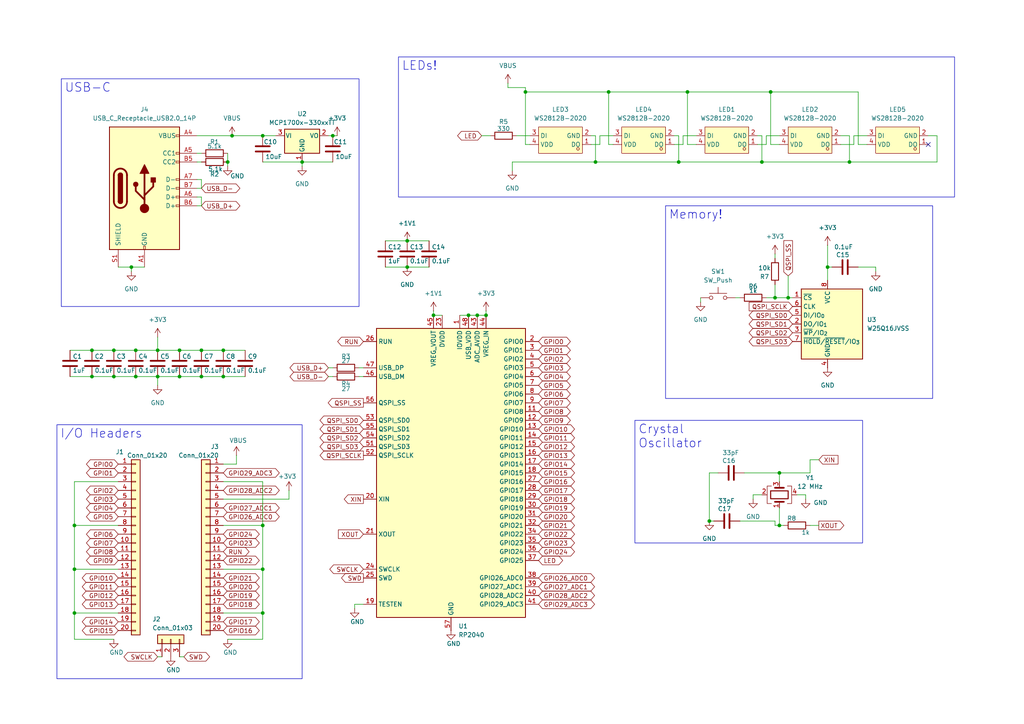
<source format=kicad_sch>
(kicad_sch (version 20250114) (generator "eeschema") (generator_version "9.0")
  (paper "A4")
  (lib_symbols
    (symbol "Connector:USB_C_Receptacle_USB2.0_14P" (pin_names (offset 1.016))
      (property "Reference" "J" (at 0 22.225 0))
      (property "Value" "USB_C_Receptacle_USB2.0_14P" (at 0 19.685 0))
      (symbol "USB_C_Receptacle_USB2.0_14P_1_1"
        (pin passive line (at -7.62 -22.86 90) (length 5.08) (name "SHIELD") (number "S1"))
        (pin passive line (at 0 -22.86 90) (length 5.08) (name "GND") (number "A1"))
        (pin passive line (at 0 -22.86 90) (length 5.08) (hide yes) (name "GND") (number "A12"))
        (pin passive line (at 0 -22.86 90) (length 5.08) (hide yes) (name "GND") (number "B1"))
        (pin passive line (at 0 -22.86 90) (length 5.08) (hide yes) (name "GND") (number "B12"))
        (pin passive line (at 15.24 15.24 180) (length 5.08) (name "VBUS") (number "A4"))
        (pin passive line (at 15.24 15.24 180) (length 5.08) (hide yes) (name "VBUS") (number "A9"))
        (pin passive line (at 15.24 15.24 180) (length 5.08) (hide yes) (name "VBUS") (number "B4"))
        (pin passive line (at 15.24 15.24 180) (length 5.08) (hide yes) (name "VBUS") (number "B9"))
        (pin bidirectional line (at 15.24 10.16 180) (length 5.08) (name "CC1") (number "A5"))
        (pin bidirectional line (at 15.24 7.62 180) (length 5.08) (name "CC2") (number "B5"))
        (pin bidirectional line (at 15.24 2.54 180) (length 5.08) (name "D-") (number "A7"))
        (pin bidirectional line (at 15.24 0 180) (length 5.08) (name "D-") (number "B7"))
        (pin bidirectional line (at 15.24 -2.54 180) (length 5.08) (name "D+") (number "A6"))
        (pin bidirectional line (at 15.24 -5.08 180) (length 5.08) (name "D+") (number "B6"))
      )
    )
    (symbol "Connector_Generic:Conn_01x03" (pin_names (offset 1.016) (hide yes))
      (property "Reference" "J" (at 0 5.08 0))
      (property "Value" "Conn_01x03" (at 0 -5.08 0))
      (symbol "Conn_01x03_1_1"
        (pin passive line (at -5.08 2.54 0) (length 3.81) (name "Pin_1") (number "1"))
        (pin passive line (at -5.08 0 0) (length 3.81) (name "Pin_2") (number "2"))
        (pin passive line (at -5.08 -2.54 0) (length 3.81) (name "Pin_3") (number "3"))
      )
    )
    (symbol "Connector_Generic:Conn_01x20" (pin_names (offset 1.016) (hide yes))
      (property "Reference" "J" (at 0 25.4 0))
      (property "Value" "Conn_01x20" (at 0 -27.94 0))
      (symbol "Conn_01x20_1_1"
        (pin passive line (at -5.08 22.86 0) (length 3.81) (name "Pin_1") (number "1"))
        (pin passive line (at -5.08 20.32 0) (length 3.81) (name "Pin_2") (number "2"))
        (pin passive line (at -5.08 17.78 0) (length 3.81) (name "Pin_3") (number "3"))
        (pin passive line (at -5.08 15.24 0) (length 3.81) (name "Pin_4") (number "4"))
        (pin passive line (at -5.08 12.7 0) (length 3.81) (name "Pin_5") (number "5"))
        (pin passive line (at -5.08 10.16 0) (length 3.81) (name "Pin_6") (number "6"))
        (pin passive line (at -5.08 7.62 0) (length 3.81) (name "Pin_7") (number "7"))
        (pin passive line (at -5.08 5.08 0) (length 3.81) (name "Pin_8") (number "8"))
        (pin passive line (at -5.08 2.54 0) (length 3.81) (name "Pin_9") (number "9"))
        (pin passive line (at -5.08 0 0) (length 3.81) (name "Pin_10") (number "10"))
        (pin passive line (at -5.08 -2.54 0) (length 3.81) (name "Pin_11") (number "11"))
        (pin passive line (at -5.08 -5.08 0) (length 3.81) (name "Pin_12") (number "12"))
        (pin passive line (at -5.08 -7.62 0) (length 3.81) (name "Pin_13") (number "13"))
        (pin passive line (at -5.08 -10.16 0) (length 3.81) (name "Pin_14") (number "14"))
        (pin passive line (at -5.08 -12.7 0) (length 3.81) (name "Pin_15") (number "15"))
        (pin passive line (at -5.08 -15.24 0) (length 3.81) (name "Pin_16") (number "16"))
        (pin passive line (at -5.08 -17.78 0) (length 3.81) (name "Pin_17") (number "17"))
        (pin passive line (at -5.08 -20.32 0) (length 3.81) (name "Pin_18") (number "18"))
        (pin passive line (at -5.08 -22.86 0) (length 3.81) (name "Pin_19") (number "19"))
        (pin passive line (at -5.08 -25.4 0) (length 3.81) (name "Pin_20") (number "20"))
      )
    )
    (symbol "Device:C" (pin_numbers (hide yes)) (pin_names (offset 0.254))
      (property "Reference" "C" (at 0.635 2.54 0))
      (property "Value" "C" (at 0.635 -2.54 0))
      (symbol "C_1_1"
        (pin passive line (at 0 3.81 270) (length 2.794) (name "~") (number "1"))
        (pin passive line (at 0 -3.81 90) (length 2.794) (name "~") (number "2"))
      )
    )
    (symbol "Device:Crystal_GND24" (pin_names (offset 1.016) (hide yes))
      (property "Reference" "Y" (at 3.175 5.08 0))
      (property "Value" "Crystal_GND24" (at 3.175 3.175 0))
      (symbol "Crystal_GND24_1_1"
        (pin passive line (at -3.81 0 0) (length 1.27) (name "1") (number "1"))
        (pin passive line (at 0 5.08 270) (length 1.27) (name "2") (number "2"))
        (pin passive line (at 0 -5.08 90) (length 1.27) (name "4") (number "4"))
        (pin passive line (at 3.81 0 180) (length 1.27) (name "3") (number "3"))
      )
    )
    (symbol "Device:R" (pin_numbers (hide yes)) (pin_names (offset 0))
      (property "Reference" "R" (at 2.032 0 90))
      (property "Value" "R" (at 0 0 90))
      (symbol "R_1_1"
        (pin passive line (at 0 3.81 270) (length 1.27) (name "~") (number "1"))
        (pin passive line (at 0 -3.81 90) (length 1.27) (name "~") (number "2"))
      )
    )
    (symbol "MCU_RaspberryPi:RP2040"
      (property "Reference" "U" (at 17.78 45.72 0))
      (property "Value" "RP2040" (at 17.78 43.18 0))
      (symbol "RP2040_1_1"
        (pin input line (at -25.4 38.1 0) (length 3.81) (name "RUN") (number "26"))
        (pin bidirectional line (at -25.4 30.48 0) (length 3.81) (name "USB_DP") (number "47"))
        (pin bidirectional line (at -25.4 27.94 0) (length 3.81) (name "USB_DM") (number "46"))
        (pin bidirectional line (at -25.4 20.32 0) (length 3.81) (name "QSPI_SS") (number "56"))
        (pin bidirectional line (at -25.4 15.24 0) (length 3.81) (name "QSPI_SD0") (number "53"))
        (pin bidirectional line (at -25.4 12.7 0) (length 3.81) (name "QSPI_SD1") (number "55"))
        (pin bidirectional line (at -25.4 10.16 0) (length 3.81) (name "QSPI_SD2") (number "54"))
        (pin bidirectional line (at -25.4 7.62 0) (length 3.81) (name "QSPI_SD3") (number "51"))
        (pin output line (at -25.4 5.08 0) (length 3.81) (name "QSPI_SCLK") (number "52"))
        (pin input line (at -25.4 -7.62 0) (length 3.81) (name "XIN") (number "20"))
        (pin passive line (at -25.4 -17.78 0) (length 3.81) (name "XOUT") (number "21"))
        (pin input line (at -25.4 -27.94 0) (length 3.81) (name "SWCLK") (number "24"))
        (pin bidirectional line (at -25.4 -30.48 0) (length 3.81) (name "SWD") (number "25"))
        (pin input line (at -25.4 -38.1 0) (length 3.81) (name "TESTEN") (number "19"))
        (pin power_out line (at -5.08 45.72 270) (length 3.81) (name "VREG_VOUT") (number "45"))
        (pin power_in line (at -2.54 45.72 270) (length 3.81) (name "DVDD") (number "23"))
        (pin passive line (at -2.54 45.72 270) (length 3.81) (hide yes) (name "DVDD") (number "50"))
        (pin power_in line (at 0 -45.72 90) (length 3.81) (name "GND") (number "57"))
        (pin power_in line (at 2.54 45.72 270) (length 3.81) (name "IOVDD") (number "1"))
        (pin passive line (at 2.54 45.72 270) (length 3.81) (hide yes) (name "IOVDD") (number "10"))
        (pin passive line (at 2.54 45.72 270) (length 3.81) (hide yes) (name "IOVDD") (number "22"))
        (pin passive line (at 2.54 45.72 270) (length 3.81) (hide yes) (name "IOVDD") (number "33"))
        (pin passive line (at 2.54 45.72 270) (length 3.81) (hide yes) (name "IOVDD") (number "42"))
        (pin passive line (at 2.54 45.72 270) (length 3.81) (hide yes) (name "IOVDD") (number "49"))
        (pin power_in line (at 5.08 45.72 270) (length 3.81) (name "USB_VDD") (number "48"))
        (pin power_in line (at 7.62 45.72 270) (length 3.81) (name "ADC_AVDD") (number "43"))
        (pin power_in line (at 10.16 45.72 270) (length 3.81) (name "VREG_IN") (number "44"))
        (pin bidirectional line (at 25.4 38.1 180) (length 3.81) (name "GPIO0") (number "2"))
        (pin bidirectional line (at 25.4 35.56 180) (length 3.81) (name "GPIO1") (number "3"))
        (pin bidirectional line (at 25.4 33.02 180) (length 3.81) (name "GPIO2") (number "4"))
        (pin bidirectional line (at 25.4 30.48 180) (length 3.81) (name "GPIO3") (number "5"))
        (pin bidirectional line (at 25.4 27.94 180) (length 3.81) (name "GPIO4") (number "6"))
        (pin bidirectional line (at 25.4 25.4 180) (length 3.81) (name "GPIO5") (number "7"))
        (pin bidirectional line (at 25.4 22.86 180) (length 3.81) (name "GPIO6") (number "8"))
        (pin bidirectional line (at 25.4 20.32 180) (length 3.81) (name "GPIO7") (number "9"))
        (pin bidirectional line (at 25.4 17.78 180) (length 3.81) (name "GPIO8") (number "11"))
        (pin bidirectional line (at 25.4 15.24 180) (length 3.81) (name "GPIO9") (number "12"))
        (pin bidirectional line (at 25.4 12.7 180) (length 3.81) (name "GPIO10") (number "13"))
        (pin bidirectional line (at 25.4 10.16 180) (length 3.81) (name "GPIO11") (number "14"))
        (pin bidirectional line (at 25.4 7.62 180) (length 3.81) (name "GPIO12") (number "15"))
        (pin bidirectional line (at 25.4 5.08 180) (length 3.81) (name "GPIO13") (number "16"))
        (pin bidirectional line (at 25.4 2.54 180) (length 3.81) (name "GPIO14") (number "17"))
        (pin bidirectional line (at 25.4 0 180) (length 3.81) (name "GPIO15") (number "18"))
        (pin bidirectional line (at 25.4 -2.54 180) (length 3.81) (name "GPIO16") (number "27"))
        (pin bidirectional line (at 25.4 -5.08 180) (length 3.81) (name "GPIO17") (number "28"))
        (pin bidirectional line (at 25.4 -7.62 180) (length 3.81) (name "GPIO18") (number "29"))
        (pin bidirectional line (at 25.4 -10.16 180) (length 3.81) (name "GPIO19") (number "30"))
        (pin bidirectional line (at 25.4 -12.7 180) (length 3.81) (name "GPIO20") (number "31"))
        (pin bidirectional line (at 25.4 -15.24 180) (length 3.81) (name "GPIO21") (number "32"))
        (pin bidirectional line (at 25.4 -17.78 180) (length 3.81) (name "GPIO22") (number "34"))
        (pin bidirectional line (at 25.4 -20.32 180) (length 3.81) (name "GPIO23") (number "35"))
        (pin bidirectional line (at 25.4 -22.86 180) (length 3.81) (name "GPIO24") (number "36"))
        (pin bidirectional line (at 25.4 -25.4 180) (length 3.81) (name "GPIO25") (number "37"))
        (pin bidirectional line (at 25.4 -30.48 180) (length 3.81) (name "GPIO26_ADC0") (number "38"))
        (pin bidirectional line (at 25.4 -33.02 180) (length 3.81) (name "GPIO27_ADC1") (number "39"))
        (pin bidirectional line (at 25.4 -35.56 180) (length 3.81) (name "GPIO28_ADC2") (number "40"))
        (pin bidirectional line (at 25.4 -38.1 180) (length 3.81) (name "GPIO29_ADC3") (number "41"))
      )
    )
    (symbol "Memory_Flash:W25Q16JVSS"
      (property "Reference" "U" (at -6.35 11.43 0))
      (property "Value" "W25Q16JVSS" (at 7.62 11.43 0))
      (symbol "W25Q16JVSS_1_1"
        (pin input line (at -10.16 7.62 0) (length 2.54) (name "~{CS}") (number "1"))
        (pin input line (at -10.16 5.08 0) (length 2.54) (name "CLK") (number "6"))
        (pin bidirectional line (at -10.16 2.54 0) (length 2.54) (name "DI/IO_{0}") (number "5"))
        (pin bidirectional line (at -10.16 0 0) (length 2.54) (name "DO/IO_{1}") (number "2"))
        (pin bidirectional line (at -10.16 -2.54 0) (length 2.54) (name "~{WP}/IO_{2}") (number "3"))
        (pin bidirectional line (at -10.16 -5.08 0) (length 2.54) (name "~{HOLD}/~{RESET}/IO_{3}") (number "7"))
        (pin power_in line (at 0 12.7 270) (length 2.54) (name "VCC") (number "8"))
        (pin power_in line (at 0 -12.7 90) (length 2.54) (name "GND") (number "4"))
      )
    )
    (symbol "Regulator_Linear:MCP1700x-330xxTT" (pin_names (offset 0.254))
      (property "Reference" "U" (at -3.81 3.175 0))
      (property "Value" "MCP1700x-330xxTT" (at 0 3.175 0))
      (symbol "MCP1700x-330xxTT_1_1"
        (pin power_in line (at -7.62 0 0) (length 2.54) (name "VI") (number "3"))
        (pin power_in line (at 0 -7.62 90) (length 2.54) (name "GND") (number "1"))
        (pin power_out line (at 7.62 0 180) (length 2.54) (name "VO") (number "2"))
      )
    )
    (symbol "Switch:SW_Push" (pin_numbers (hide yes)) (pin_names (offset 1.016) (hide yes))
      (property "Reference" "SW" (at 1.27 2.54 0))
      (property "Value" "SW_Push" (at 0 -1.524 0))
      (symbol "SW_Push_0_1"
        (pin passive line (at -5.08 0 0) (length 2.54) (name "1") (number "1"))
        (pin passive line (at 5.08 0 180) (length 2.54) (name "2") (number "2"))
      )
    )
    (symbol "lcsc:WS2812B-2020"
      (property "Reference" "LED" (at 0 6.35 0))
      (property "Value" "WS2812B-2020" (at 0 -6.35 0))
      (symbol "WS2812B-2020_0_1"
        (pin unspecified line (at -8.89 1.27 0) (length 2.54) (name "DO") (number "1"))
        (pin unspecified line (at -8.89 -1.27 0) (length 2.54) (name "GND") (number "2"))
        (pin unspecified line (at 8.89 1.27 180) (length 2.54) (name "VDD") (number "4"))
        (pin unspecified line (at 8.89 -1.27 180) (length 2.54) (name "DI") (number "3"))
      )
    )
    (symbol "power:+1V1" (power) (pin_numbers (hide yes)) (pin_names (offset 0) (hide yes))
      (property "Value" "+1V1" (at 0 3.556 0))
      (symbol "+1V1_1_1"
        (pin power_in line (at 0 0 90) (length 0) (name "~") (number "1"))
      )
    )
    (symbol "power:+3V3" (power) (pin_numbers (hide yes)) (pin_names (offset 0) (hide yes))
      (property "Value" "+3V3" (at 0 3.556 0))
      (symbol "+3V3_1_1"
        (pin power_in line (at 0 0 90) (length 0) (name "~") (number "1"))
      )
    )
    (symbol "power:GND" (power) (pin_numbers (hide yes)) (pin_names (offset 0) (hide yes))
      (property "Value" "GND" (at 0 -3.81 0))
      (symbol "GND_1_1"
        (pin power_in line (at 0 0 270) (length 0) (name "~") (number "1"))
      )
    )
    (symbol "power:VBUS" (power) (pin_numbers (hide yes)) (pin_names (offset 0) (hide yes))
      (property "Value" "VBUS" (at 0 3.556 0))
      (symbol "VBUS_1_1"
        (pin power_in line (at 0 0 90) (length 0) (name "~") (number "1"))
      )
    )
  )
  (text_box "Memory!" (at 193.04 59.69 0) (size 77.47 55.88) (margins 0.9525 0.9525 0.9525 0.9525) (effects (font (size 2.54 2.54)) (justify left top)))
  (text_box "I/O Headers\n" (at 16.51 123.19 0) (size 71.12 73.66) (margins 0.9525 0.9525 0.9525 0.9525) (effects (font (size 2.54 2.54)) (justify left top)))
  (text_box "Crystal\nOscillator" (at 184.15 121.92 0) (size 66.04 35.56) (margins 0.9525 0.9525 0.9525 0.9525) (effects (font (size 2.54 2.54)) (justify left top)))
  (text_box "LEDs!" (at 115.57 16.51 0) (size 161.29 40.64) (margins 0.9525 0.9525 0.9525 0.9525) (effects (font (size 2.54 2.54)) (justify left top)))
  (text_box "USB-C" (at 17.78 22.86 0) (size 86.36 66.04) (margins 0.9525 0.9525 0.9525 0.9525) (effects (font (size 2.54 2.54)) (justify left top)))
  (junction (at 21.59 177.8))
  (junction (at 125.73 91.44))
  (junction (at 76.2 152.4))
  (junction (at 196.85 46.99))
  (junction (at 58.42 109.22))
  (junction (at 228.6 86.36))
  (junction (at 26.67 109.22))
  (junction (at 220.98 46.99))
  (junction (at 199.39 26.67))
  (junction (at 45.72 101.6))
  (junction (at 223.52 26.67))
  (junction (at 118.11 77.47))
  (junction (at 135.89 91.44))
  (junction (at 45.72 109.22))
  (junction (at 176.53 26.67))
  (junction (at 172.72 46.99))
  (junction (at 26.67 101.6))
  (junction (at 64.77 101.6))
  (junction (at 39.37 101.6))
  (junction (at 38.1 77.47))
  (junction (at 224.79 86.36))
  (junction (at 118.11 69.85))
  (junction (at 87.63 46.99))
  (junction (at 33.02 109.22))
  (junction (at 76.2 39.37))
  (junction (at 138.43 91.44))
  (junction (at 205.74 151.13))
  (junction (at 246.38 46.99))
  (junction (at 226.06 137.16))
  (junction (at 152.4 26.67))
  (junction (at 226.06 152.4))
  (junction (at 21.59 165.1))
  (junction (at 52.07 101.6))
  (junction (at 66.04 46.99))
  (junction (at 39.37 109.22))
  (junction (at 76.2 177.8))
  (junction (at 58.42 101.6))
  (junction (at 240.03 77.47))
  (junction (at 67.31 39.37))
  (junction (at 52.07 109.22))
  (junction (at 64.77 109.22))
  (junction (at 21.59 152.4))
  (junction (at 33.02 101.6))
  (junction (at 140.97 91.44))
  (junction (at 96.52 39.37))
  (junction (at 76.2 165.1))
  (no_connect (at 269.24 41.91))
  (wire (pts (xy 205.74 137.16) (xy 205.74 151.13)))
  (wire (pts (xy 172.72 46.99) (xy 196.85 46.99)))
  (wire (pts (xy 269.24 39.37) (xy 271.78 39.37)))
  (wire (pts (xy 201.93 41.91) (xy 199.39 41.91)))
  (wire (pts (xy 224.79 82.55) (xy 224.79 86.36)))
  (wire (pts (xy 243.84 39.37) (xy 246.38 39.37)))
  (wire (pts (xy 21.59 152.4) (xy 34.29 152.4)))
  (wire (pts (xy 87.63 46.99) (xy 87.63 48.26)))
  (wire (pts (xy 76.2 139.7) (xy 76.2 152.4)))
  (wire (pts (xy 234.95 133.35) (xy 237.49 133.35)))
  (wire (pts (xy 138.43 91.44) (xy 140.97 91.44)))
  (wire (pts (xy 58.42 52.07) (xy 58.42 54.61)))
  (wire (pts (xy 135.89 91.44) (xy 138.43 91.44)))
  (wire (pts (xy 271.78 39.37) (xy 271.78 46.99)))
  (wire (pts (xy 21.59 165.1) (xy 21.59 177.8)))
  (wire (pts (xy 220.98 39.37) (xy 220.98 46.99)))
  (wire (pts (xy 95.25 39.37) (xy 96.52 39.37)))
  (wire (pts (xy 57.15 39.37) (xy 67.31 39.37)))
  (wire (pts (xy 68.58 132.08) (xy 68.58 134.62)))
  (wire (pts (xy 52.07 109.22) (xy 58.42 109.22)))
  (wire (pts (xy 64.77 165.1) (xy 76.2 165.1)))
  (wire (pts (xy 58.42 109.22) (xy 64.77 109.22)))
  (wire (pts (xy 39.37 101.6) (xy 45.72 101.6)))
  (wire (pts (xy 139.7 39.37) (xy 142.24 39.37)))
  (wire (pts (xy 148.59 49.53) (xy 148.59 46.99)))
  (wire (pts (xy 214.63 151.13) (xy 224.79 151.13)))
  (wire (pts (xy 64.77 177.8) (xy 76.2 177.8)))
  (wire (pts (xy 248.92 26.67) (xy 223.52 26.67)))
  (wire (pts (xy 66.04 44.45) (xy 66.04 46.99)))
  (wire (pts (xy 52.07 101.6) (xy 58.42 101.6)))
  (wire (pts (xy 39.37 109.22) (xy 45.72 109.22)))
  (wire (pts (xy 21.59 177.8) (xy 21.59 185.42)))
  (wire (pts (xy 21.59 185.42) (xy 33.02 185.42)))
  (wire (pts (xy 76.2 152.4) (xy 76.2 165.1)))
  (wire (pts (xy 64.77 134.62) (xy 68.58 134.62)))
  (wire (pts (xy 67.31 39.37) (xy 76.2 39.37)))
  (wire (pts (xy 195.58 39.37) (xy 196.85 39.37)))
  (wire (pts (xy 133.35 91.44) (xy 135.89 91.44)))
  (wire (pts (xy 240.03 77.47) (xy 241.3 77.47)))
  (wire (pts (xy 224.79 151.13) (xy 224.79 152.4)))
  (wire (pts (xy 220.98 46.99) (xy 196.85 46.99)))
  (wire (pts (xy 64.77 101.6) (xy 71.12 101.6)))
  (wire (pts (xy 152.4 26.67) (xy 176.53 26.67)))
  (wire (pts (xy 57.15 46.99) (xy 58.42 46.99)))
  (wire (pts (xy 64.77 144.78) (xy 83.82 144.78)))
  (wire (pts (xy 26.67 101.6) (xy 33.02 101.6)))
  (wire (pts (xy 173.99 41.91) (xy 173.99 39.37)))
  (wire (pts (xy 223.52 41.91) (xy 223.52 26.67)))
  (wire (pts (xy 176.53 26.67) (xy 176.53 41.91)))
  (wire (pts (xy 218.44 143.51) (xy 218.44 144.78)))
  (wire (pts (xy 21.59 139.7) (xy 21.59 152.4)))
  (wire (pts (xy 172.72 39.37) (xy 172.72 46.99)))
  (wire (pts (xy 111.76 69.85) (xy 118.11 69.85)))
  (wire (pts (xy 45.72 109.22) (xy 45.72 111.76)))
  (wire (pts (xy 219.71 39.37) (xy 220.98 39.37)))
  (wire (pts (xy 34.29 77.47) (xy 38.1 77.47)))
  (wire (pts (xy 26.67 109.22) (xy 33.02 109.22)))
  (wire (pts (xy 105.41 175.26) (xy 102.87 175.26)))
  (wire (pts (xy 45.72 101.6) (xy 52.07 101.6)))
  (wire (pts (xy 224.79 152.4) (xy 226.06 152.4)))
  (wire (pts (xy 21.59 152.4) (xy 21.59 165.1)))
  (wire (pts (xy 222.25 39.37) (xy 226.06 39.37)))
  (wire (pts (xy 64.77 109.22) (xy 71.12 109.22)))
  (wire (pts (xy 215.9 137.16) (xy 226.06 137.16)))
  (wire (pts (xy 222.25 86.36) (xy 224.79 86.36)))
  (wire (pts (xy 171.45 39.37) (xy 172.72 39.37)))
  (wire (pts (xy 21.59 177.8) (xy 34.29 177.8)))
  (wire (pts (xy 226.06 137.16) (xy 226.06 139.7)))
  (wire (pts (xy 226.06 147.32) (xy 226.06 152.4)))
  (wire (pts (xy 199.39 26.67) (xy 176.53 26.67)))
  (wire (pts (xy 76.2 165.1) (xy 76.2 177.8)))
  (wire (pts (xy 205.74 151.13) (xy 207.01 151.13)))
  (wire (pts (xy 57.15 44.45) (xy 58.42 44.45)))
  (wire (pts (xy 152.4 25.4) (xy 152.4 26.67)))
  (wire (pts (xy 220.98 143.51) (xy 218.44 143.51)))
  (wire (pts (xy 149.86 39.37) (xy 153.67 39.37)))
  (wire (pts (xy 177.8 41.91) (xy 176.53 41.91)))
  (wire (pts (xy 147.32 24.13) (xy 147.32 25.4)))
  (wire (pts (xy 104.14 106.68) (xy 105.41 106.68)))
  (wire (pts (xy 234.95 137.16) (xy 234.95 133.35)))
  (wire (pts (xy 228.6 80.01) (xy 228.6 86.36)))
  (wire (pts (xy 219.71 41.91) (xy 222.25 41.91)))
  (wire (pts (xy 102.87 175.26) (xy 102.87 176.53)))
  (wire (pts (xy 57.15 52.07) (xy 58.42 52.07)))
  (wire (pts (xy 173.99 39.37) (xy 177.8 39.37)))
  (wire (pts (xy 228.6 86.36) (xy 229.87 86.36)))
  (wire (pts (xy 45.72 109.22) (xy 52.07 109.22)))
  (wire (pts (xy 66.04 46.99) (xy 66.04 48.26)))
  (wire (pts (xy 198.12 41.91) (xy 198.12 39.37)))
  (wire (pts (xy 226.06 152.4) (xy 227.33 152.4)))
  (wire (pts (xy 152.4 26.67) (xy 152.4 41.91)))
  (wire (pts (xy 271.78 46.99) (xy 246.38 46.99)))
  (wire (pts (xy 240.03 71.12) (xy 240.03 77.47)))
  (wire (pts (xy 95.25 109.22) (xy 96.52 109.22)))
  (wire (pts (xy 57.15 59.69) (xy 58.42 59.69)))
  (wire (pts (xy 203.2 86.36) (xy 203.2 87.63)))
  (wire (pts (xy 33.02 109.22) (xy 39.37 109.22)))
  (wire (pts (xy 20.32 101.6) (xy 26.67 101.6)))
  (wire (pts (xy 224.79 73.66) (xy 224.79 74.93)))
  (wire (pts (xy 198.12 39.37) (xy 201.93 39.37)))
  (wire (pts (xy 118.11 77.47) (xy 124.46 77.47)))
  (wire (pts (xy 45.72 97.79) (xy 45.72 101.6)))
  (wire (pts (xy 247.65 41.91) (xy 247.65 39.37)))
  (wire (pts (xy 76.2 46.99) (xy 87.63 46.99)))
  (wire (pts (xy 226.06 137.16) (xy 234.95 137.16)))
  (wire (pts (xy 246.38 39.37) (xy 246.38 46.99)))
  (wire (pts (xy 240.03 77.47) (xy 240.03 81.28)))
  (wire (pts (xy 254 77.47) (xy 254 78.74)))
  (wire (pts (xy 52.07 190.5) (xy 53.34 190.5)))
  (wire (pts (xy 76.2 39.37) (xy 80.01 39.37)))
  (wire (pts (xy 95.25 106.68) (xy 96.52 106.68)))
  (wire (pts (xy 153.67 41.91) (xy 152.4 41.91)))
  (wire (pts (xy 57.15 57.15) (xy 58.42 57.15)))
  (wire (pts (xy 222.25 41.91) (xy 222.25 39.37)))
  (wire (pts (xy 233.68 143.51) (xy 233.68 144.78)))
  (wire (pts (xy 64.77 139.7) (xy 76.2 139.7)))
  (wire (pts (xy 33.02 101.6) (xy 39.37 101.6)))
  (wire (pts (xy 96.52 39.37) (xy 97.79 39.37)))
  (wire (pts (xy 118.11 69.85) (xy 124.46 69.85)))
  (wire (pts (xy 223.52 26.67) (xy 199.39 26.67)))
  (wire (pts (xy 20.32 109.22) (xy 26.67 109.22)))
  (wire (pts (xy 147.32 25.4) (xy 152.4 25.4)))
  (wire (pts (xy 248.92 41.91) (xy 248.92 26.67)))
  (wire (pts (xy 231.14 143.51) (xy 233.68 143.51)))
  (wire (pts (xy 76.2 185.42) (xy 66.04 185.42)))
  (wire (pts (xy 140.97 91.44) (xy 140.97 90.17)))
  (wire (pts (xy 58.42 57.15) (xy 58.42 59.69)))
  (wire (pts (xy 125.73 91.44) (xy 125.73 90.17)))
  (wire (pts (xy 196.85 39.37) (xy 196.85 46.99)))
  (wire (pts (xy 38.1 77.47) (xy 41.91 77.47)))
  (wire (pts (xy 247.65 39.37) (xy 251.46 39.37)))
  (wire (pts (xy 38.1 77.47) (xy 38.1 78.74)))
  (wire (pts (xy 64.77 152.4) (xy 76.2 152.4)))
  (wire (pts (xy 199.39 41.91) (xy 199.39 26.67)))
  (wire (pts (xy 208.28 137.16) (xy 205.74 137.16)))
  (wire (pts (xy 58.42 101.6) (xy 64.77 101.6)))
  (wire (pts (xy 45.72 190.5) (xy 46.99 190.5)))
  (wire (pts (xy 111.76 77.47) (xy 118.11 77.47)))
  (wire (pts (xy 148.59 46.99) (xy 172.72 46.99)))
  (wire (pts (xy 104.14 109.22) (xy 105.41 109.22)))
  (wire (pts (xy 171.45 41.91) (xy 173.99 41.91)))
  (wire (pts (xy 246.38 46.99) (xy 220.98 46.99)))
  (wire (pts (xy 76.2 177.8) (xy 76.2 185.42)))
  (wire (pts (xy 213.36 86.36) (xy 214.63 86.36)))
  (wire (pts (xy 34.29 139.7) (xy 21.59 139.7)))
  (wire (pts (xy 21.59 165.1) (xy 34.29 165.1)))
  (wire (pts (xy 243.84 41.91) (xy 247.65 41.91)))
  (wire (pts (xy 128.27 91.44) (xy 125.73 91.44)))
  (wire (pts (xy 195.58 41.91) (xy 198.12 41.91)))
  (wire (pts (xy 226.06 41.91) (xy 223.52 41.91)))
  (wire (pts (xy 234.95 152.4) (xy 237.49 152.4)))
  (wire (pts (xy 83.82 144.78) (xy 83.82 142.24)))
  (wire (pts (xy 248.92 77.47) (xy 254 77.47)))
  (wire (pts (xy 87.63 46.99) (xy 96.52 46.99)))
  (wire (pts (xy 251.46 41.91) (xy 248.92 41.91)))
  (wire (pts (xy 57.15 54.61) (xy 58.42 54.61)))
  (wire (pts (xy 224.79 86.36) (xy 228.6 86.36)))
  (global_label "QSPI_SS" (shape input) (at 228.6 80.01 90) (property "Intersheetrefs" "${INTERSHEET_REFS}" (effects (hide yes))))
  (global_label "QSPI_SD2" (shape bidirectional) (at 229.87 96.52 180) (property "Intersheetrefs" "${INTERSHEET_REFS}" (effects (hide yes))))
  (global_label "GPIO19" (shape bidirectional) (at 156.21 147.32 0) (property "Intersheetrefs" "${INTERSHEET_REFS}" (effects (hide yes))))
  (global_label "QSPI_SS" (shape output) (at 105.41 116.84 180) (property "Intersheetrefs" "${INTERSHEET_REFS}" (effects (hide yes))))
  (global_label "QSPI_SD1" (shape bidirectional) (at 229.87 93.98 180) (property "Intersheetrefs" "${INTERSHEET_REFS}" (effects (hide yes))))
  (global_label "SWD" (shape bidirectional) (at 53.34 190.5 0) (property "Intersheetrefs" "${INTERSHEET_REFS}" (effects (hide yes))))
  (global_label "GPIO23" (shape bidirectional) (at 156.21 157.48 0) (property "Intersheetrefs" "${INTERSHEET_REFS}" (effects (hide yes))))
  (global_label "QSPI_SCLK" (shape output) (at 105.41 132.08 180) (property "Intersheetrefs" "${INTERSHEET_REFS}" (effects (hide yes))))
  (global_label "GPIO6" (shape bidirectional) (at 156.21 114.3 0) (property "Intersheetrefs" "${INTERSHEET_REFS}" (effects (hide yes))))
  (global_label "GPIO28_ADC2" (shape bidirectional) (at 156.21 172.72 0) (property "Intersheetrefs" "${INTERSHEET_REFS}" (effects (hide yes))))
  (global_label "GPIO17" (shape bidirectional) (at 64.77 180.34 0) (property "Intersheetrefs" "${INTERSHEET_REFS}" (effects (hide yes))))
  (global_label "QSPI_SD2" (shape bidirectional) (at 105.41 127 180) (property "Intersheetrefs" "${INTERSHEET_REFS}" (effects (hide yes))))
  (global_label "GPIO6" (shape bidirectional) (at 34.29 154.94 180) (property "Intersheetrefs" "${INTERSHEET_REFS}" (effects (hide yes))))
  (global_label "GPIO0" (shape bidirectional) (at 156.21 99.06 0) (property "Intersheetrefs" "${INTERSHEET_REFS}" (effects (hide yes))))
  (global_label "RUN" (shape bidirectional) (at 105.41 99.06 180) (property "Intersheetrefs" "${INTERSHEET_REFS}" (effects (hide yes))))
  (global_label "GPIO10" (shape bidirectional) (at 34.29 167.64 180) (property "Intersheetrefs" "${INTERSHEET_REFS}" (effects (hide yes))))
  (global_label "XIN" (shape input) (at 237.49 133.35 0) (property "Intersheetrefs" "${INTERSHEET_REFS}" (effects (hide yes))))
  (global_label "GPIO24" (shape bidirectional) (at 156.21 160.02 0) (property "Intersheetrefs" "${INTERSHEET_REFS}" (effects (hide yes))))
  (global_label "LED" (shape bidirectional) (at 156.21 162.56 0) (property "Intersheetrefs" "${INTERSHEET_REFS}" (effects (hide yes))))
  (global_label "GPIO19" (shape bidirectional) (at 64.77 172.72 0) (property "Intersheetrefs" "${INTERSHEET_REFS}" (effects (hide yes))))
  (global_label "GPIO10" (shape bidirectional) (at 156.21 124.46 0) (property "Intersheetrefs" "${INTERSHEET_REFS}" (effects (hide yes))))
  (global_label "GPIO21" (shape bidirectional) (at 156.21 152.4 0) (property "Intersheetrefs" "${INTERSHEET_REFS}" (effects (hide yes))))
  (global_label "GPIO13" (shape bidirectional) (at 156.21 132.08 0) (property "Intersheetrefs" "${INTERSHEET_REFS}" (effects (hide yes))))
  (global_label "GPIO22" (shape bidirectional) (at 156.21 154.94 0) (property "Intersheetrefs" "${INTERSHEET_REFS}" (effects (hide yes))))
  (global_label "USB_D-" (shape bidirectional) (at 58.42 54.61 0) (property "Intersheetrefs" "${INTERSHEET_REFS}" (effects (hide yes))))
  (global_label "GPIO7" (shape bidirectional) (at 156.21 116.84 0) (property "Intersheetrefs" "${INTERSHEET_REFS}" (effects (hide yes))))
  (global_label "GPIO23" (shape bidirectional) (at 64.77 157.48 0) (property "Intersheetrefs" "${INTERSHEET_REFS}" (effects (hide yes))))
  (global_label "SWD" (shape output) (at 105.41 167.64 180) (property "Intersheetrefs" "${INTERSHEET_REFS}" (effects (hide yes))))
  (global_label "QSPI_SD3" (shape bidirectional) (at 105.41 129.54 180) (property "Intersheetrefs" "${INTERSHEET_REFS}" (effects (hide yes))))
  (global_label "GPIO14" (shape bidirectional) (at 34.29 180.34 180) (property "Intersheetrefs" "${INTERSHEET_REFS}" (effects (hide yes))))
  (global_label "QSPI_SD0" (shape bidirectional) (at 105.41 121.92 180) (property "Intersheetrefs" "${INTERSHEET_REFS}" (effects (hide yes))))
  (global_label "GPIO11" (shape bidirectional) (at 156.21 127 0) (property "Intersheetrefs" "${INTERSHEET_REFS}" (effects (hide yes))))
  (global_label "QSPI_SD0" (shape bidirectional) (at 229.87 91.44 180) (property "Intersheetrefs" "${INTERSHEET_REFS}" (effects (hide yes))))
  (global_label "GPIO20" (shape bidirectional) (at 64.77 170.18 0) (property "Intersheetrefs" "${INTERSHEET_REFS}" (effects (hide yes))))
  (global_label "GPIO24" (shape bidirectional) (at 64.77 154.94 0) (property "Intersheetrefs" "${INTERSHEET_REFS}" (effects (hide yes))))
  (global_label "QSPI_SCLK" (shape input) (at 229.87 88.9 180) (property "Intersheetrefs" "${INTERSHEET_REFS}" (effects (hide yes))))
  (global_label "GPIO0" (shape bidirectional) (at 34.29 134.62 180) (property "Intersheetrefs" "${INTERSHEET_REFS}" (effects (hide yes))))
  (global_label "GPIO11" (shape bidirectional) (at 34.29 170.18 180) (property "Intersheetrefs" "${INTERSHEET_REFS}" (effects (hide yes))))
  (global_label "GPIO12" (shape bidirectional) (at 34.29 172.72 180) (property "Intersheetrefs" "${INTERSHEET_REFS}" (effects (hide yes))))
  (global_label "GPIO8" (shape bidirectional) (at 156.21 119.38 0) (property "Intersheetrefs" "${INTERSHEET_REFS}" (effects (hide yes))))
  (global_label "GPIO8" (shape bidirectional) (at 34.29 160.02 180) (property "Intersheetrefs" "${INTERSHEET_REFS}" (effects (hide yes))))
  (global_label "GPIO3" (shape bidirectional) (at 34.29 144.78 180) (property "Intersheetrefs" "${INTERSHEET_REFS}" (effects (hide yes))))
  (global_label "USB_D-" (shape bidirectional) (at 95.25 109.22 180) (property "Intersheetrefs" "${INTERSHEET_REFS}" (effects (hide yes))))
  (global_label "GPIO15" (shape bidirectional) (at 34.29 182.88 180) (property "Intersheetrefs" "${INTERSHEET_REFS}" (effects (hide yes))))
  (global_label "USB_D+" (shape bidirectional) (at 58.42 59.69 0) (property "Intersheetrefs" "${INTERSHEET_REFS}" (effects (hide yes))))
  (global_label "GPIO9" (shape bidirectional) (at 156.21 121.92 0) (property "Intersheetrefs" "${INTERSHEET_REFS}" (effects (hide yes))))
  (global_label "GPIO2" (shape bidirectional) (at 156.21 104.14 0) (property "Intersheetrefs" "${INTERSHEET_REFS}" (effects (hide yes))))
  (global_label "GPIO2" (shape bidirectional) (at 34.29 142.24 180) (property "Intersheetrefs" "${INTERSHEET_REFS}" (effects (hide yes))))
  (global_label "GPIO15" (shape bidirectional) (at 156.21 137.16 0) (property "Intersheetrefs" "${INTERSHEET_REFS}" (effects (hide yes))))
  (global_label "GPIO12" (shape bidirectional) (at 156.21 129.54 0) (property "Intersheetrefs" "${INTERSHEET_REFS}" (effects (hide yes))))
  (global_label "SWCLK" (shape bidirectional) (at 45.72 190.5 180) (property "Intersheetrefs" "${INTERSHEET_REFS}" (effects (hide yes))))
  (global_label "RUN" (shape bidirectional) (at 64.77 160.02 0) (property "Intersheetrefs" "${INTERSHEET_REFS}" (effects (hide yes))))
  (global_label "GPIO1" (shape bidirectional) (at 156.21 101.6 0) (property "Intersheetrefs" "${INTERSHEET_REFS}" (effects (hide yes))))
  (global_label "GPIO18" (shape bidirectional) (at 156.21 144.78 0) (property "Intersheetrefs" "${INTERSHEET_REFS}" (effects (hide yes))))
  (global_label "GPIO7" (shape bidirectional) (at 34.29 157.48 180) (property "Intersheetrefs" "${INTERSHEET_REFS}" (effects (hide yes))))
  (global_label "GPIO16" (shape bidirectional) (at 156.21 139.7 0) (property "Intersheetrefs" "${INTERSHEET_REFS}" (effects (hide yes))))
  (global_label "GPIO28_ADC2" (shape bidirectional) (at 64.77 142.24 0) (property "Intersheetrefs" "${INTERSHEET_REFS}" (effects (hide yes))))
  (global_label "QSPI_SD1" (shape bidirectional) (at 105.41 124.46 180) (property "Intersheetrefs" "${INTERSHEET_REFS}" (effects (hide yes))))
  (global_label "GPIO26_ADC0" (shape bidirectional) (at 64.77 149.86 0) (property "Intersheetrefs" "${INTERSHEET_REFS}" (effects (hide yes))))
  (global_label "GPIO14" (shape bidirectional) (at 156.21 134.62 0) (property "Intersheetrefs" "${INTERSHEET_REFS}" (effects (hide yes))))
  (global_label "GPIO1" (shape bidirectional) (at 34.29 137.16 180) (property "Intersheetrefs" "${INTERSHEET_REFS}" (effects (hide yes))))
  (global_label "GPIO26_ADC0" (shape bidirectional) (at 156.21 167.64 0) (property "Intersheetrefs" "${INTERSHEET_REFS}" (effects (hide yes))))
  (global_label "GPIO22" (shape bidirectional) (at 64.77 162.56 0) (property "Intersheetrefs" "${INTERSHEET_REFS}" (effects (hide yes))))
  (global_label "GPIO5" (shape bidirectional) (at 34.29 149.86 180) (property "Intersheetrefs" "${INTERSHEET_REFS}" (effects (hide yes))))
  (global_label "SWCLK" (shape bidirectional) (at 105.41 165.1 180) (property "Intersheetrefs" "${INTERSHEET_REFS}" (effects (hide yes))))
  (global_label "XOUT" (shape output) (at 237.49 152.4 0) (property "Intersheetrefs" "${INTERSHEET_REFS}" (effects (hide yes))))
  (global_label "GPIO20" (shape bidirectional) (at 156.21 149.86 0) (property "Intersheetrefs" "${INTERSHEET_REFS}" (effects (hide yes))))
  (global_label "GPIO27_ADC1" (shape bidirectional) (at 64.77 147.32 0) (property "Intersheetrefs" "${INTERSHEET_REFS}" (effects (hide yes))))
  (global_label "GPIO18" (shape bidirectional) (at 64.77 175.26 0) (property "Intersheetrefs" "${INTERSHEET_REFS}" (effects (hide yes))))
  (global_label "GPIO5" (shape bidirectional) (at 156.21 111.76 0) (property "Intersheetrefs" "${INTERSHEET_REFS}" (effects (hide yes))))
  (global_label "QSPI_SD3" (shape bidirectional) (at 229.87 99.06 180) (property "Intersheetrefs" "${INTERSHEET_REFS}" (effects (hide yes))))
  (global_label "USB_D+" (shape bidirectional) (at 95.25 106.68 180) (property "Intersheetrefs" "${INTERSHEET_REFS}" (effects (hide yes))))
  (global_label "GPIO17" (shape bidirectional) (at 156.21 142.24 0) (property "Intersheetrefs" "${INTERSHEET_REFS}" (effects (hide yes))))
  (global_label "XOUT" (shape input) (at 105.41 154.94 180) (property "Intersheetrefs" "${INTERSHEET_REFS}" (effects (hide yes))))
  (global_label "XIN" (shape output) (at 105.41 144.78 180) (property "Intersheetrefs" "${INTERSHEET_REFS}" (effects (hide yes))))
  (global_label "GPIO9" (shape bidirectional) (at 34.29 162.56 180) (property "Intersheetrefs" "${INTERSHEET_REFS}" (effects (hide yes))))
  (global_label "GPIO4" (shape bidirectional) (at 34.29 147.32 180) (property "Intersheetrefs" "${INTERSHEET_REFS}" (effects (hide yes))))
  (global_label "GPIO16" (shape bidirectional) (at 64.77 182.88 0) (property "Intersheetrefs" "${INTERSHEET_REFS}" (effects (hide yes))))
  (global_label "GPIO29_ADC3" (shape bidirectional) (at 64.77 137.16 0) (property "Intersheetrefs" "${INTERSHEET_REFS}" (effects (hide yes))))
  (global_label "GPIO27_ADC1" (shape bidirectional) (at 156.21 170.18 0) (property "Intersheetrefs" "${INTERSHEET_REFS}" (effects (hide yes))))
  (global_label "LED" (shape bidirectional) (at 139.7 39.37 180) (property "Intersheetrefs" "${INTERSHEET_REFS}" (effects (hide yes))))
  (global_label "GPIO3" (shape bidirectional) (at 156.21 106.68 0) (property "Intersheetrefs" "${INTERSHEET_REFS}" (effects (hide yes))))
  (global_label "GPIO21" (shape bidirectional) (at 64.77 167.64 0) (property "Intersheetrefs" "${INTERSHEET_REFS}" (effects (hide yes))))
  (global_label "GPIO29_ADC3" (shape bidirectional) (at 156.21 175.26 0) (property "Intersheetrefs" "${INTERSHEET_REFS}" (effects (hide yes))))
  (global_label "GPIO4" (shape bidirectional) (at 156.21 109.22 0) (property "Intersheetrefs" "${INTERSHEET_REFS}" (effects (hide yes))))
  (global_label "GPIO13" (shape bidirectional) (at 34.29 175.26 180) (property "Intersheetrefs" "${INTERSHEET_REFS}" (effects (hide yes))))
  (symbol (lib_id "power:VBUS") (at 67.31 39.37 0) (unit 1)
    (property "Reference" "#PWR06" (effects (hide yes)))
    (property "Value" "VBUS" (at 67.31 34.29 0))
    (property "Description" "Power symbol creates a global label with name \"VBUS\"" (effects (hide yes)))
  )
  (symbol (lib_id "Memory_Flash:W25Q16JVSS") (at 240.03 93.98 0) (unit 1)
    (property "Reference" "U3" (at 251.46 92.7099 0) (effects (justify left)))
    (property "Value" "W25Q16JVSS" (at 251.46 95.2499 0) (effects (justify left)))
    (property "Footprint" "Package_SO:SOIC-8_5.3x5.3mm_P1.27mm" (effects (hide yes)))
    (property "Datasheet" "https://www.winbond.com/hq/support/documentation/levelOne.jsp?__locale=en&DocNo=DA00-W25Q16JV.1" (effects (hide yes)))
    (property "Description" "16Mbit / 2MiB Serial Flash Memory, Standard/Dual/Quad SPI, 2.7-3.6V, SOIC-8 (208 mil)" (effects (hide yes)))
  )
  (symbol (lib_id "lcsc:WS2812B-2020") (at 260.35 40.64 180) (unit 1)
    (property "Reference" "LED5" (at 260.35 31.75 0))
    (property "Value" "WS2812B-2020" (at 260.35 34.29 0))
    (property "Footprint" "lcsc:LED-SMD_4P-L2.0-W2.0-TL_WS2812B-2020" (effects (hide yes)))
    (property "Datasheet" "https://lcsc.com/product-detail/Light-Emitting-Diodes-LED_Worldsemi-WS2812B-2020_C965555.html" (effects (hide yes)))
    (property "LCSC Part" "C965555" (effects (hide yes)))
  )
  (symbol (lib_id "Device:R") (at 62.23 46.99 90) (unit 1)
    (property "Reference" "R2" (at 62.23 50.546 90))
    (property "Value" "5.1k" (at 62.484 49.022 90))
    (property "Footprint" "Resistor_SMD:R_0402_1005Metric" (effects (hide yes)))
    (property "Description" "Resistor" (effects (hide yes)))
  )
  (symbol (lib_id "lcsc:WS2812B-2020") (at 162.56 40.64 180) (unit 1)
    (property "Reference" "LED3" (at 162.56 31.75 0))
    (property "Value" "WS2812B-2020" (at 162.56 34.29 0))
    (property "Footprint" "lcsc:LED-SMD_4P-L2.0-W2.0-TL_WS2812B-2020" (effects (hide yes)))
    (property "Datasheet" "https://lcsc.com/product-detail/Light-Emitting-Diodes-LED_Worldsemi-WS2812B-2020_C965555.html" (effects (hide yes)))
    (property "LCSC Part" "C965555" (effects (hide yes)))
  )
  (symbol (lib_id "Device:C") (at 71.12 105.41 0) (unit 1)
    (property "Reference" "C9" (at 71.882 103.378 0) (effects (justify left)))
    (property "Value" "0.1uF" (at 71.882 107.442 0) (effects (justify left)))
    (property "Footprint" "Capacitor_SMD:C_0402_1005Metric" (effects (hide yes)))
    (property "Description" "Unpolarized capacitor" (effects (hide yes)))
  )
  (symbol (lib_id "power:GND") (at 218.44 144.78 0) (unit 1)
    (property "Reference" "#PWR026" (effects (hide yes)))
    (property "Value" "GND" (at 218.44 149.86 0))
    (property "Description" "Power symbol creates a global label with name \"GND\" , ground" (effects (hide yes)))
  )
  (symbol (lib_id "MCU_RaspberryPi:RP2040") (at 130.81 137.16 0) (unit 1)
    (property "Reference" "U1" (at 132.9533 181.61 0) (effects (justify left)))
    (property "Value" "RP2040" (at 132.9533 184.15 0) (effects (justify left)))
    (property "Footprint" "Package_DFN_QFN:QFN-56-1EP_7x7mm_P0.4mm_EP3.2x3.2mm" (effects (hide yes)))
    (property "Datasheet" "https://datasheets.raspberrypi.com/rp2040/rp2040-datasheet.pdf" (effects (hide yes)))
    (property "Description" "A microcontroller by Raspberry Pi" (effects (hide yes)))
  )
  (symbol (lib_id "power:+3V3") (at 224.79 73.66 0) (unit 1)
    (property "Reference" "#PWR025" (effects (hide yes)))
    (property "Value" "+3V3" (at 224.79 68.58 0))
    (property "Description" "Power symbol creates a global label with name \"+3V3\"" (effects (hide yes)))
  )
  (symbol (lib_id "Device:R") (at 231.14 152.4 90) (unit 1)
    (property "Reference" "R8" (at 229.616 150.368 90))
    (property "Value" "1k" (at 233.68 154.432 90))
    (property "Footprint" "Resistor_SMD:R_0402_1005Metric" (effects (hide yes)))
    (property "Description" "Resistor" (effects (hide yes)))
  )
  (symbol (lib_id "lcsc:WS2812B-2020") (at 234.95 40.64 180) (unit 1)
    (property "Reference" "LED2" (at 234.95 31.75 0))
    (property "Value" "WS2812B-2020" (at 234.95 34.29 0))
    (property "Footprint" "lcsc:LED-SMD_4P-L2.0-W2.0-TL_WS2812B-2020" (effects (hide yes)))
    (property "Datasheet" "https://lcsc.com/product-detail/Light-Emitting-Diodes-LED_Worldsemi-WS2812B-2020_C965555.html" (effects (hide yes)))
    (property "LCSC Part" "C965555" (effects (hide yes)))
  )
  (symbol (lib_id "Device:C") (at 210.82 151.13 90) (unit 1)
    (property "Reference" "C17" (at 212.09 147.574 90) (effects (justify left)))
    (property "Value" "33pF" (at 213.106 145.288 90) (effects (justify left)))
    (property "Footprint" "Capacitor_SMD:C_0402_1005Metric" (effects (hide yes)))
    (property "Description" "Unpolarized capacitor" (effects (hide yes)))
  )
  (symbol (lib_id "power:+1V1") (at 125.73 90.17 0) (unit 1)
    (property "Reference" "#PWR017" (effects (hide yes)))
    (property "Value" "+1V1" (at 125.73 85.09 0))
    (property "Description" "Power symbol creates a global label with name \"+1V1\"" (effects (hide yes)))
  )
  (symbol (lib_id "Device:C") (at 118.11 73.66 0) (unit 1)
    (property "Reference" "C13" (at 118.872 71.628 0) (effects (justify left)))
    (property "Value" "0.1uF" (at 118.872 75.692 0) (effects (justify left)))
    (property "Footprint" "Capacitor_SMD:C_0402_1005Metric" (effects (hide yes)))
    (property "Description" "Unpolarized capacitor" (effects (hide yes)))
  )
  (symbol (lib_id "Device:C") (at 45.72 105.41 0) (unit 1)
    (property "Reference" "C5" (at 46.482 103.378 0) (effects (justify left)))
    (property "Value" "0.1uF" (at 46.482 107.442 0) (effects (justify left)))
    (property "Footprint" "Capacitor_SMD:C_0402_1005Metric" (effects (hide yes)))
    (property "Description" "Unpolarized capacitor" (effects (hide yes)))
  )
  (symbol (lib_id "power:+3V3") (at 45.72 97.79 0) (unit 1)
    (property "Reference" "#PWR01" (effects (hide yes)))
    (property "Value" "+3V3" (at 45.72 92.71 0))
    (property "Description" "Power symbol creates a global label with name \"+3V3\"" (effects (hide yes)))
  )
  (symbol (lib_id "power:GND") (at 130.81 182.88 0) (unit 1)
    (property "Reference" "#PWR015" (effects (hide yes)))
    (property "Value" "GND" (at 131.572 186.69 0))
    (property "Description" "Power symbol creates a global label with name \"GND\" , ground" (effects (hide yes)))
  )
  (symbol (lib_id "lcsc:WS2812B-2020") (at 210.82 40.64 180) (unit 1)
    (property "Reference" "LED1" (at 210.82 31.75 0))
    (property "Value" "WS2812B-2020" (at 210.82 34.29 0))
    (property "Footprint" "lcsc:LED-SMD_4P-L2.0-W2.0-TL_WS2812B-2020" (effects (hide yes)))
    (property "Datasheet" "https://lcsc.com/product-detail/Light-Emitting-Diodes-LED_Worldsemi-WS2812B-2020_C965555.html" (effects (hide yes)))
    (property "LCSC Part" "C965555" (effects (hide yes)))
  )
  (symbol (lib_id "power:GND") (at 33.02 185.42 0) (unit 1)
    (property "Reference" "#PWR08" (effects (hide yes)))
    (property "Value" "GND" (at 33.782 189.23 0))
    (property "Description" "Power symbol creates a global label with name \"GND\" , ground" (effects (hide yes)))
  )
  (symbol (lib_id "Device:C") (at 33.02 105.41 0) (unit 1)
    (property "Reference" "C3" (at 33.782 103.378 0) (effects (justify left)))
    (property "Value" "0.1uF" (at 33.782 107.442 0) (effects (justify left)))
    (property "Footprint" "Capacitor_SMD:C_0402_1005Metric" (effects (hide yes)))
    (property "Description" "Unpolarized capacitor" (effects (hide yes)))
  )
  (symbol (lib_id "power:+3V3") (at 97.79 39.37 0) (unit 1)
    (property "Reference" "#PWR07" (effects (hide yes)))
    (property "Value" "+3V3" (at 97.79 34.29 0))
    (property "Description" "Power symbol creates a global label with name \"+3V3\"" (effects (hide yes)))
  )
  (symbol (lib_id "Device:C") (at 124.46 73.66 0) (unit 1)
    (property "Reference" "C14" (at 125.222 71.628 0) (effects (justify left)))
    (property "Value" "0.1uF" (at 125.222 75.692 0) (effects (justify left)))
    (property "Footprint" "Capacitor_SMD:C_0402_1005Metric" (effects (hide yes)))
    (property "Description" "Unpolarized capacitor" (effects (hide yes)))
  )
  (symbol (lib_id "power:GND") (at 66.04 48.26 0) (unit 1)
    (property "Reference" "#PWR03" (effects (hide yes)))
    (property "Value" "GND" (at 68.834 51.054 0))
    (property "Description" "Power symbol creates a global label with name \"GND\" , ground" (effects (hide yes)))
  )
  (symbol (lib_id "Connector_Generic:Conn_01x03") (at 49.53 185.42 90) (unit 1)
    (property "Reference" "J2" (at 44.196 179.578 90) (effects (justify right)))
    (property "Value" "Conn_01x03" (at 44.196 182.118 90) (effects (justify right)))
    (property "Footprint" "Connector_PinHeader_2.54mm:PinHeader_1x03_P2.54mm_Vertical" (effects (hide yes)))
    (property "Description" "Generic connector, single row, 01x03, script generated (kicad-library-utils/schlib/autogen/connector/)" (effects (hide yes)))
  )
  (symbol (lib_id "Device:C") (at 64.77 105.41 0) (unit 1)
    (property "Reference" "C8" (at 65.532 103.378 0) (effects (justify left)))
    (property "Value" "0.1uF" (at 65.532 107.442 0) (effects (justify left)))
    (property "Footprint" "Capacitor_SMD:C_0402_1005Metric" (effects (hide yes)))
    (property "Description" "Unpolarized capacitor" (effects (hide yes)))
  )
  (symbol (lib_id "Device:C") (at 52.07 105.41 0) (unit 1)
    (property "Reference" "C6" (at 52.832 103.378 0) (effects (justify left)))
    (property "Value" "0.1uF" (at 52.832 107.442 0) (effects (justify left)))
    (property "Footprint" "Capacitor_SMD:C_0402_1005Metric" (effects (hide yes)))
    (property "Description" "Unpolarized capacitor" (effects (hide yes)))
  )
  (symbol (lib_id "power:GND") (at 203.2 87.63 0) (unit 1)
    (property "Reference" "#PWR024" (effects (hide yes)))
    (property "Value" "GND" (at 203.2 92.71 0))
    (property "Description" "Power symbol creates a global label with name \"GND\" , ground" (effects (hide yes)))
  )
  (symbol (lib_id "power:GND") (at 38.1 78.74 0) (unit 1)
    (property "Reference" "#PWR04" (effects (hide yes)))
    (property "Value" "GND" (at 38.1 83.82 0))
    (property "Description" "Power symbol creates a global label with name \"GND\" , ground" (effects (hide yes)))
  )
  (symbol (lib_id "power:+3V3") (at 83.82 142.24 0) (unit 1)
    (property "Reference" "#PWR012" (effects (hide yes)))
    (property "Value" "+3V3" (at 83.312 138.176 0))
    (property "Description" "Power symbol creates a global label with name \"+3V3\"" (effects (hide yes)))
  )
  (symbol (lib_id "power:VBUS") (at 147.32 24.13 0) (unit 1)
    (property "Reference" "#PWR019" (effects (hide yes)))
    (property "Value" "VBUS" (at 147.32 19.05 0))
    (property "Description" "Power symbol creates a global label with name \"VBUS\"" (effects (hide yes)))
  )
  (symbol (lib_id "power:GND") (at 49.53 190.5 0) (unit 1)
    (property "Reference" "#PWR09" (effects (hide yes)))
    (property "Value" "GND" (at 50.292 194.31 0))
    (property "Description" "Power symbol creates a global label with name \"GND\" , ground" (effects (hide yes)))
  )
  (symbol (lib_id "power:GND") (at 233.68 144.78 0) (unit 1)
    (property "Reference" "#PWR027" (effects (hide yes)))
    (property "Value" "GND" (at 237.998 145.796 0))
    (property "Description" "Power symbol creates a global label with name \"GND\" , ground" (effects (hide yes)))
  )
  (symbol (lib_id "power:+3V3") (at 140.97 90.17 0) (unit 1)
    (property "Reference" "#PWR018" (effects (hide yes)))
    (property "Value" "+3V3" (at 140.97 85.09 0))
    (property "Description" "Power symbol creates a global label with name \"+3V3\"" (effects (hide yes)))
  )
  (symbol (lib_id "lcsc:WS2812B-2020") (at 186.69 40.64 180) (unit 1)
    (property "Reference" "LED4" (at 186.69 31.75 0))
    (property "Value" "WS2812B-2020" (at 186.69 34.29 0))
    (property "Footprint" "lcsc:LED-SMD_4P-L2.0-W2.0-TL_WS2812B-2020" (effects (hide yes)))
    (property "Datasheet" "https://lcsc.com/product-detail/Light-Emitting-Diodes-LED_Worldsemi-WS2812B-2020_C965555.html" (effects (hide yes)))
    (property "LCSC Part" "C965555" (effects (hide yes)))
  )
  (symbol (lib_id "Device:C") (at 58.42 105.41 0) (unit 1)
    (property "Reference" "C7" (at 59.182 103.378 0) (effects (justify left)))
    (property "Value" "0.1uF" (at 59.182 107.442 0) (effects (justify left)))
    (property "Footprint" "Capacitor_SMD:C_0402_1005Metric" (effects (hide yes)))
    (property "Description" "Unpolarized capacitor" (effects (hide yes)))
  )
  (symbol (lib_id "Device:C") (at 20.32 105.41 0) (unit 1)
    (property "Reference" "C1" (at 21.082 103.378 0) (effects (justify left)))
    (property "Value" "1uF" (at 21.082 107.442 0) (effects (justify left)))
    (property "Footprint" "Capacitor_SMD:C_0402_1005Metric" (effects (hide yes)))
    (property "Description" "Unpolarized capacitor" (effects (hide yes)))
  )
  (symbol (lib_id "Device:C") (at 245.11 77.47 90) (unit 1)
    (property "Reference" "C15" (at 246.38 73.914 90) (effects (justify left)))
    (property "Value" "0.1uF" (at 247.396 71.628 90) (effects (justify left)))
    (property "Footprint" "Capacitor_SMD:C_0402_1005Metric" (effects (hide yes)))
    (property "Description" "Unpolarized capacitor" (effects (hide yes)))
  )
  (symbol (lib_id "power:GND") (at 205.74 151.13 0) (unit 1)
    (property "Reference" "#PWR028" (effects (hide yes)))
    (property "Value" "GND" (at 205.74 156.21 0))
    (property "Description" "Power symbol creates a global label with name \"GND\" , ground" (effects (hide yes)))
  )
  (symbol (lib_id "power:GND") (at 148.59 49.53 0) (unit 1)
    (property "Reference" "#PWR020" (effects (hide yes)))
    (property "Value" "GND" (at 148.59 54.61 0))
    (property "Description" "Power symbol creates a global label with name \"GND\" , ground" (effects (hide yes)))
  )
  (symbol (lib_id "Device:C") (at 96.52 43.18 0) (unit 1)
    (property "Reference" "C11" (at 96.774 41.148 0) (effects (justify left)))
    (property "Value" "10uF" (at 97.282 45.466 0) (effects (justify left)))
    (property "Footprint" "Capacitor_SMD:C_0603_1608Metric" (effects (hide yes)))
    (property "Description" "Unpolarized capacitor" (effects (hide yes)))
  )
  (symbol (lib_id "Device:C") (at 76.2 43.18 0) (unit 1)
    (property "Reference" "C10" (at 76.454 41.148 0) (effects (justify left)))
    (property "Value" "10uF" (at 76.962 45.466 0) (effects (justify left)))
    (property "Footprint" "Capacitor_SMD:C_0603_1608Metric" (effects (hide yes)))
    (property "Description" "Unpolarized capacitor" (effects (hide yes)))
  )
  (symbol (lib_id "power:GND") (at 240.03 106.68 0) (unit 1)
    (property "Reference" "#PWR023" (effects (hide yes)))
    (property "Value" "GND" (at 240.03 111.76 0))
    (property "Description" "Power symbol creates a global label with name \"GND\" , ground" (effects (hide yes)))
  )
  (symbol (lib_id "Switch:SW_Push") (at 208.28 86.36 0) (unit 1)
    (property "Reference" "SW1" (at 208.28 78.74 0))
    (property "Value" "SW_Push" (at 208.28 81.28 0))
    (property "Footprint" "Button_Switch_SMD:SW_Push_SPST_NO_Alps_SKRK" (effects (hide yes)))
    (property "Description" "Push button switch, generic, two pins" (effects (hide yes)))
  )
  (symbol (lib_id "power:GND") (at 87.63 48.26 0) (unit 1)
    (property "Reference" "#PWR05" (effects (hide yes)))
    (property "Value" "GND" (at 87.63 53.34 0))
    (property "Description" "Power symbol creates a global label with name \"GND\" , ground" (effects (hide yes)))
  )
  (symbol (lib_id "power:+1V1") (at 118.11 69.85 0) (unit 1)
    (property "Reference" "#PWR013" (effects (hide yes)))
    (property "Value" "+1V1" (at 118.11 64.77 0))
    (property "Description" "Power symbol creates a global label with name \"+1V1\"" (effects (hide yes)))
  )
  (symbol (lib_id "power:GND") (at 118.11 77.47 0) (unit 1)
    (property "Reference" "#PWR014" (effects (hide yes)))
    (property "Value" "GND" (at 118.11 82.55 0))
    (property "Description" "Power symbol creates a global label with name \"GND\" , ground" (effects (hide yes)))
  )
  (symbol (lib_id "Device:R") (at 62.23 44.45 90) (unit 1)
    (property "Reference" "R1" (at 62.23 41.148 90))
    (property "Value" "5.1k" (at 62.23 42.418 90))
    (property "Footprint" "Resistor_SMD:R_0402_1005Metric" (effects (hide yes)))
    (property "Description" "Resistor" (effects (hide yes)))
  )
  (symbol (lib_id "power:+3V3") (at 240.03 71.12 0) (unit 1)
    (property "Reference" "#PWR021" (effects (hide yes)))
    (property "Value" "+3V3" (at 240.03 66.04 0))
    (property "Description" "Power symbol creates a global label with name \"+3V3\"" (effects (hide yes)))
  )
  (symbol (lib_id "Device:C") (at 26.67 105.41 0) (unit 1)
    (property "Reference" "C2" (at 27.432 103.378 0) (effects (justify left)))
    (property "Value" "0.1uF" (at 27.432 107.442 0) (effects (justify left)))
    (property "Footprint" "Capacitor_SMD:C_0402_1005Metric" (effects (hide yes)))
    (property "Description" "Unpolarized capacitor" (effects (hide yes)))
  )
  (symbol (lib_id "power:VBUS") (at 68.58 132.08 0) (unit 1)
    (property "Reference" "#PWR011" (effects (hide yes)))
    (property "Value" "VBUS" (at 69.088 127.762 0))
    (property "Description" "Power symbol creates a global label with name \"VBUS\"" (effects (hide yes)))
  )
  (symbol (lib_id "Device:C") (at 212.09 137.16 90) (unit 1)
    (property "Reference" "C16" (at 213.36 133.604 90) (effects (justify left)))
    (property "Value" "33pF" (at 214.376 131.318 90) (effects (justify left)))
    (property "Footprint" "Capacitor_SMD:C_0402_1005Metric" (effects (hide yes)))
    (property "Description" "Unpolarized capacitor" (effects (hide yes)))
  )
  (symbol (lib_id "Device:Crystal_GND24") (at 226.06 143.51 90) (unit 1)
    (property "Reference" "Y1" (at 234.95 138.5568 90))
    (property "Value" "12 MHz" (at 234.95 141.0968 90))
    (property "Footprint" "Crystal:Crystal_SMD_3225-4Pin_3.2x2.5mm" (effects (hide yes)))
    (property "Description" "Four pin crystal, GND on pins 2 and 4" (effects (hide yes)))
  )
  (symbol (lib_id "Regulator_Linear:MCP1700x-330xxTT") (at 87.63 39.37 0) (unit 1)
    (property "Reference" "U2" (at 87.63 33.02 0))
    (property "Value" "MCP1700x-330xxTT" (at 87.63 35.56 0))
    (property "Footprint" "Package_TO_SOT_SMD:SOT-23" (effects (hide yes)))
    (property "Datasheet" "http://ww1.microchip.com/downloads/en/DeviceDoc/20001826D.pdf" (effects (hide yes)))
    (property "Description" "250mA Low Quiscent Current LDO, 3.3V output, SOT-23" (effects (hide yes)))
  )
  (symbol (lib_id "Device:R") (at 224.79 78.74 180) (unit 1)
    (property "Reference" "R7" (at 221.742 80.264 0))
    (property "Value" "10k" (at 221.742 77.724 0))
    (property "Footprint" "Resistor_SMD:R_0402_1005Metric" (effects (hide yes)))
    (property "Description" "Resistor" (effects (hide yes)))
  )
  (symbol (lib_id "Connector:USB_C_Receptacle_USB2.0_14P") (at 41.91 54.61 0) (unit 1)
    (property "Reference" "J4" (at 41.91 31.75 0))
    (property "Value" "USB_C_Receptacle_USB2.0_14P" (at 41.91 34.29 0))
    (property "Footprint" "Connector_USB:USB_C_Receptacle_HRO_TYPE-C-31-M-12" (effects (hide yes)))
    (property "Datasheet" "https://www.usb.org/sites/default/files/documents/usb_type-c.zip" (effects (hide yes)))
    (property "Description" "USB 2.0-only 14P Type-C Receptacle connector" (effects (hide yes)))
  )
  (symbol (lib_id "Device:R") (at 146.05 39.37 90) (unit 1)
    (property "Reference" "R5" (at 146.05 35.306 90))
    (property "Value" "330" (at 146.05 37.338 90))
    (property "Footprint" "Resistor_SMD:R_0402_1005Metric" (effects (hide yes)))
    (property "Description" "Resistor" (effects (hide yes)))
  )
  (symbol (lib_id "Device:R") (at 218.44 86.36 90) (unit 1)
    (property "Reference" "R6" (at 218.44 83.058 90))
    (property "Value" "1k" (at 218.44 84.328 90))
    (property "Footprint" "Resistor_SMD:R_0402_1005Metric" (effects (hide yes)))
    (property "Description" "Resistor" (effects (hide yes)))
  )
  (symbol (lib_id "Device:C") (at 111.76 73.66 0) (unit 1)
    (property "Reference" "C12" (at 112.522 71.628 0) (effects (justify left)))
    (property "Value" "1uF" (at 112.522 75.692 0) (effects (justify left)))
    (property "Footprint" "Capacitor_SMD:C_0402_1005Metric" (effects (hide yes)))
    (property "Description" "Unpolarized capacitor" (effects (hide yes)))
  )
  (symbol (lib_id "Device:C") (at 39.37 105.41 0) (unit 1)
    (property "Reference" "C4" (at 40.132 103.378 0) (effects (justify left)))
    (property "Value" "0.1uF" (at 40.132 107.442 0) (effects (justify left)))
    (property "Footprint" "Capacitor_SMD:C_0402_1005Metric" (effects (hide yes)))
    (property "Description" "Unpolarized capacitor" (effects (hide yes)))
  )
  (symbol (lib_id "Connector_Generic:Conn_01x20") (at 59.69 157.48 0) (mirror y) (unit 1)
    (property "Reference" "J3" (at 63.5 129.54 0) (effects (justify left)))
    (property "Value" "Conn_01x20" (at 63.5 132.08 0) (effects (justify left)))
    (property "Footprint" "Connector_PinHeader_2.54mm:PinHeader_1x20_P2.54mm_Vertical" (effects (hide yes)))
    (property "Description" "Generic connector, single row, 01x20, script generated (kicad-library-utils/schlib/autogen/connector/)" (effects (hide yes)))
  )
  (symbol (lib_id "power:GND") (at 102.87 176.53 0) (unit 1)
    (property "Reference" "#PWR016" (effects (hide yes)))
    (property "Value" "GND" (at 103.632 180.34 0))
    (property "Description" "Power symbol creates a global label with name \"GND\" , ground" (effects (hide yes)))
  )
  (symbol (lib_id "Connector_Generic:Conn_01x20") (at 39.37 157.48 0) (unit 1)
    (property "Reference" "J1" (at 33.528 131.064 0) (effects (justify left)))
    (property "Value" "Conn_01x20" (at 36.83 132.08 0) (effects (justify left)))
    (property "Footprint" "Connector_PinHeader_2.54mm:PinHeader_1x20_P2.54mm_Vertical" (effects (hide yes)))
    (property "Description" "Generic connector, single row, 01x20, script generated (kicad-library-utils/schlib/autogen/connector/)" (effects (hide yes)))
  )
  (symbol (lib_id "power:GND") (at 45.72 111.76 0) (unit 1)
    (property "Reference" "#PWR02" (effects (hide yes)))
    (property "Value" "GND" (at 45.72 116.84 0))
    (property "Description" "Power symbol creates a global label with name \"GND\" , ground" (effects (hide yes)))
  )
  (symbol (lib_id "power:GND") (at 66.04 185.42 0) (unit 1)
    (property "Reference" "#PWR010" (effects (hide yes)))
    (property "Value" "GND" (at 66.802 189.23 0))
    (property "Description" "Power symbol creates a global label with name \"GND\" , ground" (effects (hide yes)))
  )
  (symbol (lib_id "Device:R") (at 100.33 109.22 90) (unit 1)
    (property "Reference" "R4" (at 100.33 111.252 90))
    (property "Value" "27" (at 100.33 112.776 90))
    (property "Footprint" "Resistor_SMD:R_0402_1005Metric" (effects (hide yes)))
    (property "Description" "Resistor" (effects (hide yes)))
  )
  (symbol (lib_id "power:GND") (at 254 78.74 0) (unit 1)
    (property "Reference" "#PWR022" (effects (hide yes)))
    (property "Value" "GND" (at 254 83.82 0))
    (property "Description" "Power symbol creates a global label with name \"GND\" , ground" (effects (hide yes)))
  )
  (symbol (lib_id "Device:R") (at 100.33 106.68 90) (unit 1)
    (property "Reference" "R3" (at 100.33 103.378 90))
    (property "Value" "27" (at 100.33 104.648 90))
    (property "Footprint" "Resistor_SMD:R_0402_1005Metric" (effects (hide yes)))
    (property "Description" "Resistor" (effects (hide yes)))
  )
)
</source>
